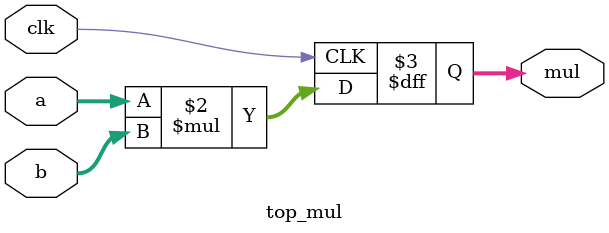
<source format=sv>
module top_mul
(
  input clk,
  input [3:0] a,b,
  output reg [7:0] mul
);
  
  always@(posedge clk) begin
    mul <= a * b;
  end
endmodule
</source>
